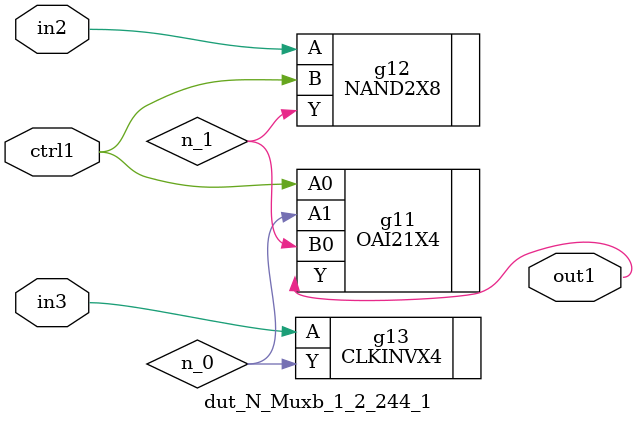
<source format=v>
`timescale 1ps / 1ps


module dut_N_Muxb_1_2_244_1(in3, in2, ctrl1, out1);
  input in3, in2, ctrl1;
  output out1;
  wire in3, in2, ctrl1;
  wire out1;
  wire n_0, n_1;
  OAI21X4 g11(.A0 (ctrl1), .A1 (n_0), .B0 (n_1), .Y (out1));
  NAND2X8 g12(.A (in2), .B (ctrl1), .Y (n_1));
  CLKINVX4 g13(.A (in3), .Y (n_0));
endmodule



</source>
